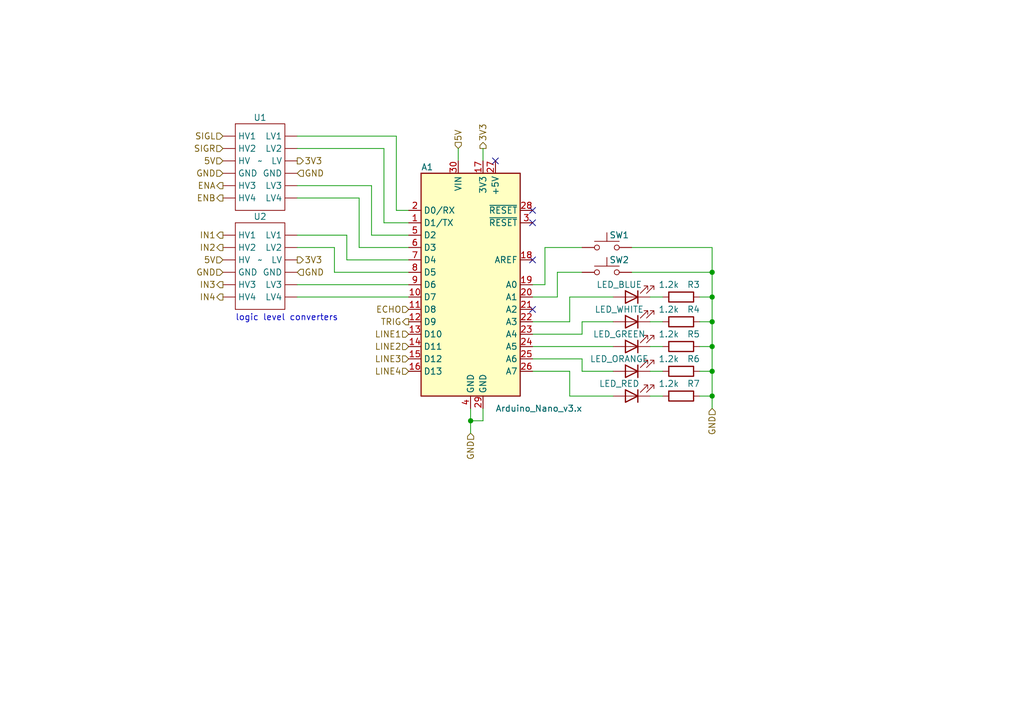
<source format=kicad_sch>
(kicad_sch (version 20230121) (generator eeschema)
  (paper "A5")
  (title_block (title "Team 10: WeMove Robot circuitry") (date "2023-08-07") (rev "v0.1") (company "University of Cape Town") (comment 1 "Author: Cameron Clark"))
  (lib_symbols
    (symbol "Device:LED" (pin_numbers hide) (pin_names (offset 1.016) hide)
      (property "Reference" "D" (at 0 2.54 0))
      (property "Value" "LED" (at 0 -2.54 0))
      (symbol "LED_0_1"
        (polyline (pts (xy -1.27 -1.27) (xy -1.27 1.27)) (stroke (width 0.254)))
        (polyline (pts (xy -1.27 0) (xy 1.27 0)))
        (polyline (pts (xy 1.27 -1.27) (xy 1.27 1.27) (xy -1.27 0) (xy 1.27 -1.27)) (stroke (width 0.254)))
        (polyline (pts (xy -3.048 -0.762) (xy -4.572 -2.286) (xy -3.81 -2.286) (xy -4.572 -2.286) (xy -4.572 -1.524)))
        (polyline (pts (xy -1.778 -0.762) (xy -3.302 -2.286) (xy -2.54 -2.286) (xy -3.302 -2.286) (xy -3.302 -1.524)))
      )
      (symbol "LED_1_1"
        (pin passive line (at -3.81 0 0) (length 2.54) (name "K") (number "1"))
        (pin passive line (at 3.81 0 180) (length 2.54) (name "A") (number "2"))
      )
    )
    (symbol "Device:R" (pin_numbers hide) (pin_names (offset 0))
      (property "Reference" "R" (at 2.032 0 90))
      (property "Value" "R" (at 0 0 90))
      (symbol "R_0_1"
        (rectangle (start -1.016 -2.54) (end 1.016 2.54) (stroke (width 0.254)))
      )
      (symbol "R_1_1"
        (pin passive line (at 0 3.81 270) (length 1.27) (name "~") (number "1"))
        (pin passive line (at 0 -3.81 90) (length 1.27) (name "~") (number "2"))
      )
    )
    (symbol "EEE3099S_CKT:LogicLevelConverter"
      (property "Reference" "U" (at 0 10.16 0))
      (symbol "LogicLevelConverter_0_1"
        (rectangle (start -5.08 7.62) (end 5.08 -10.16))
      )
      (symbol "LogicLevelConverter_1_1"
        (pin power_in line (at -7.62 -2.54 0) (length 2.54) (name "GND") (number ""))
        (pin power_in line (at 7.62 -2.54 180) (length 2.54) (name "GND") (number ""))
        (pin power_in line (at -7.62 0 0) (length 2.54) (name "HV") (number ""))
        (pin bidirectional line (at -7.62 5.08 0) (length 2.54) (name "HV1") (number ""))
        (pin bidirectional line (at -7.62 2.54 0) (length 2.54) (name "HV2") (number ""))
        (pin bidirectional line (at -7.62 -5.08 0) (length 2.54) (name "HV3") (number ""))
        (pin bidirectional line (at -7.62 -7.62 0) (length 2.54) (name "HV4") (number ""))
        (pin power_in line (at 7.62 0 180) (length 2.54) (name "LV") (number ""))
        (pin bidirectional line (at 7.62 5.08 180) (length 2.54) (name "LV1") (number ""))
        (pin bidirectional line (at 7.62 2.54 180) (length 2.54) (name "LV2") (number ""))
        (pin bidirectional line (at 7.62 -5.08 180) (length 2.54) (name "LV3") (number ""))
        (pin bidirectional line (at 7.62 -7.62 180) (length 2.54) (name "LV4") (number ""))
      )
    )
    (symbol "MCU_Module:Arduino_Nano_v3.x"
      (property "Reference" "A" (at -10.16 23.495 0))
      (property "Value" "Arduino_Nano_v3.x" (at 5.08 -24.13 0))
      (symbol "Arduino_Nano_v3.x_0_1"
        (rectangle (start -10.16 22.86) (end 10.16 -22.86) (stroke (width 0.254)) (fill (type background)))
      )
      (symbol "Arduino_Nano_v3.x_1_1"
        (pin bidirectional line (at -12.7 12.7 0) (length 2.54) (name "D1/TX") (number "1"))
        (pin bidirectional line (at -12.7 -2.54 0) (length 2.54) (name "D7") (number "10"))
        (pin bidirectional line (at -12.7 -5.08 0) (length 2.54) (name "D8") (number "11"))
        (pin bidirectional line (at -12.7 -7.62 0) (length 2.54) (name "D9") (number "12"))
        (pin bidirectional line (at -12.7 -10.16 0) (length 2.54) (name "D10") (number "13"))
        (pin bidirectional line (at -12.7 -12.7 0) (length 2.54) (name "D11") (number "14"))
        (pin bidirectional line (at -12.7 -15.24 0) (length 2.54) (name "D12") (number "15"))
        (pin bidirectional line (at -12.7 -17.78 0) (length 2.54) (name "D13") (number "16"))
        (pin power_out line (at 2.54 25.4 270) (length 2.54) (name "3V3") (number "17"))
        (pin input line (at 12.7 5.08 180) (length 2.54) (name "AREF") (number "18"))
        (pin bidirectional line (at 12.7 0 180) (length 2.54) (name "A0") (number "19"))
        (pin bidirectional line (at -12.7 15.24 0) (length 2.54) (name "D0/RX") (number "2"))
        (pin bidirectional line (at 12.7 -2.54 180) (length 2.54) (name "A1") (number "20"))
        (pin bidirectional line (at 12.7 -5.08 180) (length 2.54) (name "A2") (number "21"))
        (pin bidirectional line (at 12.7 -7.62 180) (length 2.54) (name "A3") (number "22"))
        (pin bidirectional line (at 12.7 -10.16 180) (length 2.54) (name "A4") (number "23"))
        (pin bidirectional line (at 12.7 -12.7 180) (length 2.54) (name "A5") (number "24"))
        (pin bidirectional line (at 12.7 -15.24 180) (length 2.54) (name "A6") (number "25"))
        (pin bidirectional line (at 12.7 -17.78 180) (length 2.54) (name "A7") (number "26"))
        (pin power_out line (at 5.08 25.4 270) (length 2.54) (name "+5V") (number "27"))
        (pin input line (at 12.7 15.24 180) (length 2.54) (name "~{RESET}") (number "28"))
        (pin power_in line (at 2.54 -25.4 90) (length 2.54) (name "GND") (number "29"))
        (pin input line (at 12.7 12.7 180) (length 2.54) (name "~{RESET}") (number "3"))
        (pin power_in line (at -2.54 25.4 270) (length 2.54) (name "VIN") (number "30"))
        (pin power_in line (at 0 -25.4 90) (length 2.54) (name "GND") (number "4"))
        (pin bidirectional line (at -12.7 10.16 0) (length 2.54) (name "D2") (number "5"))
        (pin bidirectional line (at -12.7 7.62 0) (length 2.54) (name "D3") (number "6"))
        (pin bidirectional line (at -12.7 5.08 0) (length 2.54) (name "D4") (number "7"))
        (pin bidirectional line (at -12.7 2.54 0) (length 2.54) (name "D5") (number "8"))
        (pin bidirectional line (at -12.7 0 0) (length 2.54) (name "D6") (number "9"))
      )
    )
    (symbol "Switch:SW_Push" (pin_numbers hide) (pin_names (offset 1.016) hide)
      (property "Reference" "SW" (at 1.27 2.54 0))
      (property "Value" "SW_Push" (at 0 -1.524 0))
      (symbol "SW_Push_0_1"
        (circle (center -2.032 0) (radius 0.508))
        (polyline (pts (xy 0 1.27) (xy 0 3.048)))
        (polyline (pts (xy 2.54 1.27) (xy -2.54 1.27)))
        (circle (center 2.032 0) (radius 0.508))
        (pin passive line (at -5.08 0 0) (length 2.54) (name "1") (number "1"))
        (pin passive line (at 5.08 0 180) (length 2.54) (name "2") (number "2"))
      )
    )
  )
  (junction (at 146.05 66.04))
  (junction (at 146.05 71.12))
  (junction (at 146.05 81.28))
  (junction (at 146.05 55.88))
  (junction (at 96.52 86.36))
  (junction (at 146.05 60.96))
  (junction (at 146.05 76.2))
  (no_connect (at 109.22 63.5))
  (no_connect (at 109.22 45.72))
  (no_connect (at 101.6 33.02))
  (no_connect (at 109.22 43.18))
  (no_connect (at 109.22 53.34))
  (wire (pts (xy 83.82 43.18) (xy 81.28 43.18)))
  (wire (pts (xy 116.84 60.96) (xy 125.73 60.96)))
  (wire (pts (xy 73.66 40.64) (xy 73.66 50.8)))
  (wire (pts (xy 96.52 86.36) (xy 96.52 88.9)))
  (wire (pts (xy 109.22 58.42) (xy 111.76 58.42)))
  (wire (pts (xy 119.38 66.04) (xy 125.73 66.04)))
  (wire (pts (xy 114.3 55.88) (xy 119.38 55.88)))
  (wire (pts (xy 133.35 81.28) (xy 135.89 81.28)))
  (wire (pts (xy 133.35 71.12) (xy 135.89 71.12)))
  (wire (pts (xy 133.35 76.2) (xy 135.89 76.2)))
  (wire (pts (xy 71.12 53.34) (xy 83.82 53.34)))
  (wire (pts (xy 60.96 38.1) (xy 76.2 38.1)))
  (wire (pts (xy 129.54 50.8) (xy 146.05 50.8)))
  (wire (pts (xy 146.05 55.88) (xy 129.54 55.88)))
  (wire (pts (xy 68.58 55.88) (xy 68.58 50.8)))
  (wire (pts (xy 133.35 66.04) (xy 135.89 66.04)))
  (wire (pts (xy 143.51 60.96) (xy 146.05 60.96)))
  (wire (pts (xy 116.84 66.04) (xy 116.84 60.96)))
  (wire (pts (xy 109.22 73.66) (xy 119.38 73.66)))
  (wire (pts (xy 60.96 58.42) (xy 83.82 58.42)))
  (wire (pts (xy 119.38 68.58) (xy 119.38 66.04)))
  (wire (pts (xy 109.22 60.96) (xy 114.3 60.96)))
  (wire (pts (xy 99.06 86.36) (xy 99.06 83.82)))
  (wire (pts (xy 146.05 76.2) (xy 146.05 81.28)))
  (wire (pts (xy 83.82 48.26) (xy 76.2 48.26)))
  (wire (pts (xy 78.74 30.48) (xy 78.74 45.72)))
  (wire (pts (xy 119.38 73.66) (xy 119.38 76.2)))
  (wire (pts (xy 146.05 71.12) (xy 146.05 76.2)))
  (wire (pts (xy 146.05 81.28) (xy 146.05 83.82)))
  (wire (pts (xy 143.51 81.28) (xy 146.05 81.28)))
  (wire (pts (xy 116.84 81.28) (xy 125.73 81.28)))
  (wire (pts (xy 116.84 76.2) (xy 116.84 81.28)))
  (wire (pts (xy 146.05 50.8) (xy 146.05 55.88)))
  (wire (pts (xy 143.51 76.2) (xy 146.05 76.2)))
  (wire (pts (xy 73.66 50.8) (xy 83.82 50.8)))
  (wire (pts (xy 109.22 71.12) (xy 125.73 71.12)))
  (wire (pts (xy 109.22 68.58) (xy 119.38 68.58)))
  (wire (pts (xy 111.76 50.8) (xy 119.38 50.8)))
  (wire (pts (xy 81.28 43.18) (xy 81.28 27.94)))
  (wire (pts (xy 146.05 66.04) (xy 146.05 71.12)))
  (wire (pts (xy 119.38 76.2) (xy 125.73 76.2)))
  (wire (pts (xy 78.74 45.72) (xy 83.82 45.72)))
  (wire (pts (xy 99.06 30.48) (xy 99.06 33.02)))
  (wire (pts (xy 146.05 60.96) (xy 146.05 66.04)))
  (wire (pts (xy 111.76 58.42) (xy 111.76 50.8)))
  (wire (pts (xy 93.98 30.48) (xy 93.98 33.02)))
  (wire (pts (xy 60.96 60.96) (xy 83.82 60.96)))
  (wire (pts (xy 109.22 66.04) (xy 116.84 66.04)))
  (wire (pts (xy 71.12 48.26) (xy 71.12 53.34)))
  (wire (pts (xy 68.58 50.8) (xy 60.96 50.8)))
  (wire (pts (xy 96.52 83.82) (xy 96.52 86.36)))
  (wire (pts (xy 83.82 55.88) (xy 68.58 55.88)))
  (wire (pts (xy 60.96 27.94) (xy 81.28 27.94)))
  (wire (pts (xy 109.22 76.2) (xy 116.84 76.2)))
  (wire (pts (xy 60.96 30.48) (xy 78.74 30.48)))
  (wire (pts (xy 133.35 60.96) (xy 135.89 60.96)))
  (wire (pts (xy 60.96 40.64) (xy 73.66 40.64)))
  (wire (pts (xy 96.52 86.36) (xy 99.06 86.36)))
  (wire (pts (xy 143.51 66.04) (xy 146.05 66.04)))
  (wire (pts (xy 76.2 48.26) (xy 76.2 38.1)))
  (wire (pts (xy 114.3 60.96) (xy 114.3 55.88)))
  (wire (pts (xy 60.96 48.26) (xy 71.12 48.26)))
  (wire (pts (xy 146.05 60.96) (xy 146.05 55.88)))
  (wire (pts (xy 143.51 71.12) (xy 146.05 71.12)))
  (text "logic level converters" (at 48.26 66.04 0) (effects (font (size 1.27 1.27)) (justify left bottom)))
  (hierarchical_label "5V" (shape input) (at 45.72 53.34 180))
  (hierarchical_label "LINE4" (shape input) (at 83.82 76.2 180))
  (hierarchical_label "5V" (shape input) (at 45.72 33.02 180))
  (hierarchical_label "3V3" (shape output) (at 99.06 30.48 90))
  (hierarchical_label "ENB" (shape output) (at 45.72 40.64 180))
  (hierarchical_label "ECHO" (shape input) (at 83.82 63.5 180))
  (hierarchical_label "5V" (shape input) (at 93.98 30.48 90))
  (hierarchical_label "IN2" (shape output) (at 45.72 50.8 180))
  (hierarchical_label "3V3" (shape output) (at 60.96 53.34 0))
  (hierarchical_label "GND" (shape input) (at 45.72 55.88 180))
  (hierarchical_label "LINE3" (shape input) (at 83.82 73.66 180))
  (hierarchical_label "GND" (shape input) (at 60.96 35.56 0))
  (hierarchical_label "LINE1" (shape input) (at 83.82 68.58 180))
  (hierarchical_label "IN1" (shape output) (at 45.72 48.26 180))
  (hierarchical_label "GND" (shape input) (at 96.52 88.9 270))
  (hierarchical_label "LINE2" (shape input) (at 83.82 71.12 180))
  (hierarchical_label "ENA" (shape output) (at 45.72 38.1 180))
  (hierarchical_label "SIGL" (shape input) (at 45.72 27.94 180))
  (hierarchical_label "GND" (shape input) (at 60.96 55.88 0))
  (hierarchical_label "GND" (shape input) (at 45.72 35.56 180))
  (hierarchical_label "IN4" (shape output) (at 45.72 60.96 180))
  (hierarchical_label "IN3" (shape output) (at 45.72 58.42 180))
  (hierarchical_label "SIGR" (shape input) (at 45.72 30.48 180))
  (hierarchical_label "GND" (shape input) (at 146.05 83.82 270))
  (hierarchical_label "3V3" (shape output) (at 60.96 33.02 0))
  (hierarchical_label "TRIG" (shape output) (at 83.82 66.04 180))
  (symbol (lib_id "Device:LED") (at 129.54 66.04 180) (unit 1)
    (property "Reference" "D2" (effects hide))
    (property "Value" "LED_WHITE" (at 127 63.5 0))
  )
  (symbol (lib_id "Switch:SW_Push") (at 124.46 55.88 0) (unit 1)
    (property "Reference" "SW2" (at 127 53.34 0))
    (property "Value" "SW_Push" (effects hide))
  )
  (symbol (lib_id "Device:R") (at 139.7 81.28 90) (unit 1)
    (property "Reference" "R7" (at 142.24 78.74 90))
    (property "Value" "1.2k" (at 137.16 78.74 90))
  )
  (symbol (lib_id "Switch:SW_Push") (at 124.46 50.8 0) (unit 1)
    (property "Reference" "SW1" (at 127 48.26 0))
    (property "Value" "SW_Push" (effects hide))
  )
  (symbol (lib_id "Device:R") (at 139.7 76.2 90) (unit 1)
    (property "Reference" "R6" (at 142.24 73.66 90))
    (property "Value" "1.2k" (at 137.16 73.66 90))
  )
  (symbol (lib_id "Device:LED") (at 129.54 60.96 180) (unit 1)
    (property "Reference" "D1" (effects hide))
    (property "Value" "LED_BLUE" (at 127 58.42 0))
  )
  (symbol (lib_id "Device:LED") (at 129.54 71.12 180) (unit 1)
    (property "Reference" "D3" (effects hide))
    (property "Value" "LED_GREEN" (at 127 68.58 0))
  )
  (symbol (lib_id "EEE3099S_CKT:LogicLevelConverter") (at 53.34 33.02 0) (unit 1)
    (property "Reference" "U1" (at 53.34 24.13 0))
    (property "Value" "~" (at 53.34 33.02 0))
  )
  (symbol (lib_id "Device:R") (at 139.7 66.04 90) (unit 1)
    (property "Reference" "R4" (at 142.24 63.5 90))
    (property "Value" "1.2k" (at 137.16 63.5 90))
  )
  (symbol (lib_id "Device:LED") (at 129.54 81.28 180) (unit 1)
    (property "Reference" "D5" (effects hide))
    (property "Value" "LED_RED" (at 127 78.74 0))
  )
  (symbol (lib_id "Device:R") (at 139.7 71.12 90) (unit 1)
    (property "Reference" "R5" (at 142.24 68.58 90))
    (property "Value" "1.2k" (at 137.16 68.58 90))
  )
  (symbol (lib_id "MCU_Module:Arduino_Nano_v3.x") (at 96.52 58.42 0) (unit 1)
    (property "Reference" "A1" (at 86.36 34.29 0) (effects (justify left)))
    (property "Value" "Arduino_Nano_v3.x" (at 101.6 83.82 0) (effects (justify left)))
    (property "Footprint" "Module:Arduino_Nano" (effects hide))
    (property "Datasheet" "http://www.mouser.com/pdfdocs/Gravitech_Arduino_Nano3_0.pdf" (effects hide))
  )
  (symbol (lib_id "EEE3099S_CKT:LogicLevelConverter") (at 53.34 53.34 0) (unit 1)
    (property "Reference" "U2" (at 53.34 44.45 0))
    (property "Value" "~" (at 53.34 53.34 0))
  )
  (symbol (lib_id "Device:LED") (at 129.54 76.2 180) (unit 1)
    (property "Reference" "D4" (effects hide))
    (property "Value" "LED_ORANGE" (at 127 73.66 0))
  )
  (symbol (lib_id "Device:R") (at 139.7 60.96 90) (unit 1)
    (property "Reference" "R3" (at 142.24 58.42 90))
    (property "Value" "1.2k" (at 137.16 58.42 90))
  )
)
</source>
